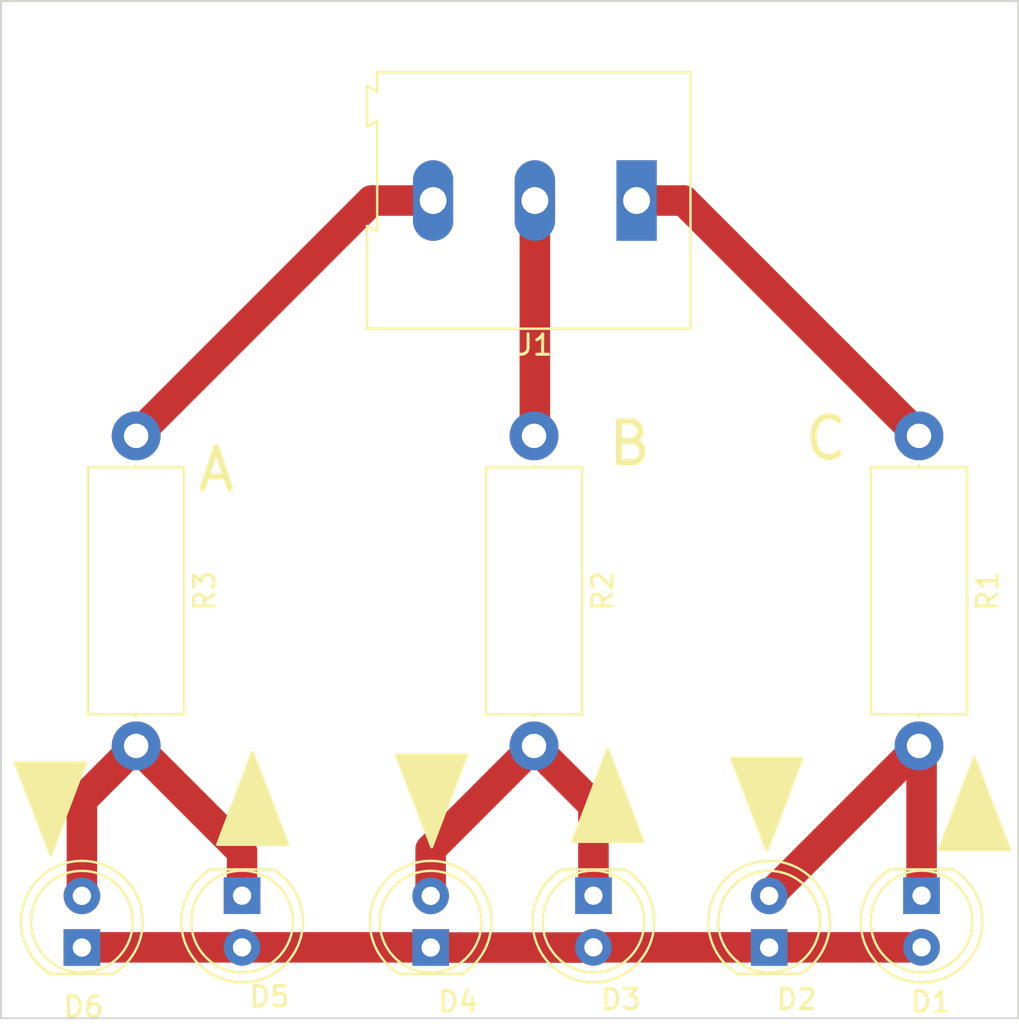
<source format=kicad_pcb>
(kicad_pcb (version 20221018) (generator pcbnew)
  (layers (0 "F.Cu" signal) (31 "B.Cu" signal) (34 "B.Paste" user) (35 "F.Paste" user) (36 "B.SilkS" user "B.Silkscreen") (37 "F.SilkS" user "F.Silkscreen") (38 "B.Mask" user) (39 "F.Mask" user) (44 "Edge.Cuts" user))
  (net 0 "")
  (net 1 "Net-(R1-Pad2)")
  (net 2 "Net-(D1-Pad2)")
  (net 3 "Net-(R2-Pad2)")
  (net 4 "Net-(R3-Pad2)")
  (net 5 "Net-(R1-Pad1)")
  (net 6 "Net-(R2-Pad1)")
  (net 7 "Net-(R3-Pad1)")
  (footprint "Resistor_THT:R_Axial_DIN0414_L11.9mm_D4.5mm_P15.24mm_Horizontal" (layer "F.Cu") (at 56.642 71.374 -90)
    (fp_text reference "R3" (at 7.62 -3.37 90) (layer "F.SilkS"))
    (fp_text value "330")
    (fp_line (start 1.44 0) (end 1.55 0) (stroke (width 0.12)) (layer "F.SilkS"))
    (fp_line (start 1.55 -2.37) (end 1.55 2.37) (stroke (width 0.12)) (layer "F.SilkS"))
    (fp_line (start 1.55 2.37) (end 13.69 2.37) (stroke (width 0.12)) (layer "F.SilkS"))
    (fp_line (start 13.69 -2.37) (end 1.55 -2.37) (stroke (width 0.12)) (layer "F.SilkS"))
    (fp_line (start 13.69 2.37) (end 13.69 -2.37) (stroke (width 0.12)) (layer "F.SilkS"))
    (fp_line (start 13.8 0) (end 13.69 0) (stroke (width 0.12)) (layer "F.SilkS"))
    (pad "1" thru_hole circle (at 0 0 270) (size 2.4 2.4) (drill 1.2) (layers "*.Cu" "*.Mask") (net 7 "Net-(R3-Pad1)"))
    (pad "2" thru_hole oval (at 15.24 0 270) (size 2.4 2.4) (drill 1.2) (layers "*.Cu" "*.Mask") (net 4 "Net-(R3-Pad2)"))
  )
  (footprint "LED_THT:LED_D5.0mm" (layer "F.Cu") (at 71.12 96.525 90)
    (fp_text reference "D4" (at -2.669 1.351 180) (layer "F.SilkS"))
    (fp_text value "RED")
    (fp_line (start -1.29 -1.545) (end -1.29 1.545) (stroke (width 0.12)) (layer "F.SilkS"))
    (fp_arc (start -1.29 -1.54483) (mid 2.072002 -2.880433) (end 4.26 0.000462) (stroke (width 0.12)) (layer "F.SilkS"))
    (fp_arc (start 4.26 -0.000462) (mid 2.072002 2.880433) (end -1.29 1.54483) (stroke (width 0.12)) (layer "F.SilkS"))
    (fp_circle (center 1.27 0) (end 3.77 0) (stroke (width 0.12)) (fill none) (layer "F.SilkS"))
    (pad "1" thru_hole rect (at 0 0 90) (size 1.8 1.8) (drill 0.9) (layers "*.Cu" "*.Mask") (net 2 "Net-(D1-Pad2)"))
    (pad "2" thru_hole circle (at 2.54 0 90) (size 1.8 1.8) (drill 0.9) (layers "*.Cu" "*.Mask") (net 3 "Net-(R2-Pad2)"))
  )
  (footprint "LED_THT:LED_D5.0mm" (layer "F.Cu") (at 87.757 96.525 90)
    (fp_text reference "D2" (at -2.542 1.351 180) (layer "F.SilkS"))
    (fp_text value "RED")
    (fp_line (start -1.29 -1.545) (end -1.29 1.545) (stroke (width 0.12)) (layer "F.SilkS"))
    (fp_arc (start -1.29 -1.54483) (mid 2.072002 -2.880433) (end 4.26 0.000462) (stroke (width 0.12)) (layer "F.SilkS"))
    (fp_arc (start 4.26 -0.000462) (mid 2.072002 2.880433) (end -1.29 1.54483) (stroke (width 0.12)) (layer "F.SilkS"))
    (fp_circle (center 1.27 0) (end 3.77 0) (stroke (width 0.12)) (fill none) (layer "F.SilkS"))
    (pad "1" thru_hole rect (at 0 0 90) (size 1.8 1.8) (drill 0.9) (layers "*.Cu" "*.Mask") (net 2 "Net-(D1-Pad2)"))
    (pad "2" thru_hole circle (at 2.54 0 90) (size 1.8 1.8) (drill 0.9) (layers "*.Cu" "*.Mask") (net 1 "Net-(R1-Pad2)"))
  )
  (footprint "Resistor_THT:R_Axial_DIN0414_L11.9mm_D4.5mm_P15.24mm_Horizontal" (layer "F.Cu") (at 95.123 71.374 -90)
    (fp_text reference "R1" (at 7.62 -3.37 90) (layer "F.SilkS"))
    (fp_text value "330")
    (fp_line (start 1.44 0) (end 1.55 0) (stroke (width 0.12)) (layer "F.SilkS"))
    (fp_line (start 1.55 -2.37) (end 1.55 2.37) (stroke (width 0.12)) (layer "F.SilkS"))
    (fp_line (start 1.55 2.37) (end 13.69 2.37) (stroke (width 0.12)) (layer "F.SilkS"))
    (fp_line (start 13.69 -2.37) (end 1.55 -2.37) (stroke (width 0.12)) (layer "F.SilkS"))
    (fp_line (start 13.69 2.37) (end 13.69 -2.37) (stroke (width 0.12)) (layer "F.SilkS"))
    (fp_line (start 13.8 0) (end 13.69 0) (stroke (width 0.12)) (layer "F.SilkS"))
    (pad "1" thru_hole circle (at 0 0 270) (size 2.4 2.4) (drill 1.2) (layers "*.Cu" "*.Mask") (net 5 "Net-(R1-Pad1)"))
    (pad "2" thru_hole oval (at 15.24 0 270) (size 2.4 2.4) (drill 1.2) (layers "*.Cu" "*.Mask") (net 1 "Net-(R1-Pad2)"))
  )
  (footprint "TerminalBlock:TerminalBlock_Altech_AK300-3_P5.00mm" (layer "F.Cu") (at 81.241 59.807 180)
    (fp_text reference "J1" (at 5 -7.1) (layer "F.SilkS"))
    (fp_text value "Conn_01x03")
    (fp_line (start -2.65 -6.3) (end -2.65 6.3) (stroke (width 0.12)) (layer "F.SilkS"))
    (fp_line (start -2.65 6.3) (end 12.75 6.3) (stroke (width 0.12)) (layer "F.SilkS"))
    (fp_line (start 12.75 -1.5) (end 13.25 -1.25) (stroke (width 0.12)) (layer "F.SilkS"))
    (fp_line (start 12.75 3.9) (end 12.75 -1.5) (stroke (width 0.12)) (layer "F.SilkS"))
    (fp_line (start 12.75 5.35) (end 13.25 5.65) (stroke (width 0.12)) (layer "F.SilkS"))
    (fp_line (start 12.75 6.3) (end 12.75 5.35) (stroke (width 0.12)) (layer "F.SilkS"))
    (fp_line (start 13.25 -6.3) (end -2.65 -6.3) (stroke (width 0.12)) (layer "F.SilkS"))
    (fp_line (start 13.25 -1.25) (end 13.25 -6.3) (stroke (width 0.12)) (layer "F.SilkS"))
    (fp_line (start 13.25 3.65) (end 12.75 3.9) (stroke (width 0.12)) (layer "F.SilkS"))
    (fp_line (start 13.25 5.65) (end 13.25 3.65) (stroke (width 0.12)) (layer "F.SilkS"))
    (pad "1" thru_hole rect (at 0 0 180) (size 1.98 3.96) (drill 1.32) (layers "*.Cu" "*.Mask") (net 5 "Net-(R1-Pad1)"))
    (pad "2" thru_hole oval (at 5 0 180) (size 1.98 3.96) (drill 1.32) (layers "*.Cu" "*.Mask") (net 6 "Net-(R2-Pad1)"))
    (pad "3" thru_hole oval (at 10 0 180) (size 1.98 3.96) (drill 1.32) (layers "*.Cu" "*.Mask") (net 7 "Net-(R3-Pad1)"))
  )
  (footprint "LED_THT:LED_D5.0mm" (layer "F.Cu") (at 61.849 93.975 -90)
    (fp_text reference "D5" (at 4.965 -1.351 180) (layer "F.SilkS"))
    (fp_text value "Blue")
    (fp_line (start -1.29 -1.545) (end -1.29 1.545) (stroke (width 0.12)) (layer "F.SilkS"))
    (fp_arc (start -1.29 -1.54483) (mid 2.072002 -2.880433) (end 4.26 0.000462) (stroke (width 0.12)) (layer "F.SilkS"))
    (fp_arc (start 4.26 -0.000462) (mid 2.072002 2.880433) (end -1.29 1.54483) (stroke (width 0.12)) (layer "F.SilkS"))
    (fp_circle (center 1.27 0) (end 3.77 0) (stroke (width 0.12)) (fill none) (layer "F.SilkS"))
    (pad "1" thru_hole rect (at 0 0 270) (size 1.8 1.8) (drill 0.9) (layers "*.Cu" "*.Mask") (net 4 "Net-(R3-Pad2)"))
    (pad "2" thru_hole circle (at 2.54 0 270) (size 1.8 1.8) (drill 0.9) (layers "*.Cu" "*.Mask") (net 2 "Net-(D1-Pad2)"))
  )
  (footprint "LED_THT:LED_D5.0mm" (layer "F.Cu") (at 53.975 96.525 90)
    (fp_text reference "D6" (at -2.923 0.081 180) (layer "F.SilkS"))
    (fp_text value "RED")
    (fp_line (start -1.29 -1.545) (end -1.29 1.545) (stroke (width 0.12)) (layer "F.SilkS"))
    (fp_arc (start -1.29 -1.54483) (mid 2.072002 -2.880433) (end 4.26 0.000462) (stroke (width 0.12)) (layer "F.SilkS"))
    (fp_arc (start 4.26 -0.000462) (mid 2.072002 2.880433) (end -1.29 1.54483) (stroke (width 0.12)) (layer "F.SilkS"))
    (fp_circle (center 1.27 0) (end 3.77 0) (stroke (width 0.12)) (fill none) (layer "F.SilkS"))
    (pad "1" thru_hole rect (at 0 0 90) (size 1.8 1.8) (drill 0.9) (layers "*.Cu" "*.Mask") (net 2 "Net-(D1-Pad2)"))
    (pad "2" thru_hole circle (at 2.54 0 90) (size 1.8 1.8) (drill 0.9) (layers "*.Cu" "*.Mask") (net 4 "Net-(R3-Pad2)"))
  )
  (footprint "LED_THT:LED_D5.0mm" (layer "F.Cu") (at 79.121 93.975 -90)
    (fp_text reference "D3" (at 5.092 -1.351 180) (layer "F.SilkS"))
    (fp_text value "Blue")
    (fp_line (start -1.29 -1.545) (end -1.29 1.545) (stroke (width 0.12)) (layer "F.SilkS"))
    (fp_arc (start -1.29 -1.54483) (mid 2.072002 -2.880433) (end 4.26 0.000462) (stroke (width 0.12)) (layer "F.SilkS"))
    (fp_arc (start 4.26 -0.000462) (mid 2.072002 2.880433) (end -1.29 1.54483) (stroke (width 0.12)) (layer "F.SilkS"))
    (fp_circle (center 1.27 0) (end 3.77 0) (stroke (width 0.12)) (fill none) (layer "F.SilkS"))
    (pad "1" thru_hole rect (at 0 0 270) (size 1.8 1.8) (drill 0.9) (layers "*.Cu" "*.Mask") (net 3 "Net-(R2-Pad2)"))
    (pad "2" thru_hole circle (at 2.54 0 270) (size 1.8 1.8) (drill 0.9) (layers "*.Cu" "*.Mask") (net 2 "Net-(D1-Pad2)"))
  )
  (footprint "Resistor_THT:R_Axial_DIN0414_L11.9mm_D4.5mm_P15.24mm_Horizontal" (layer "F.Cu") (at 76.2 71.374 -90)
    (fp_text reference "R2" (at 7.62 -3.37 90) (layer "F.SilkS"))
    (fp_text value "330")
    (fp_line (start 1.44 0) (end 1.55 0) (stroke (width 0.12)) (layer "F.SilkS"))
    (fp_line (start 1.55 -2.37) (end 1.55 2.37) (stroke (width 0.12)) (layer "F.SilkS"))
    (fp_line (start 1.55 2.37) (end 13.69 2.37) (stroke (width 0.12)) (layer "F.SilkS"))
    (fp_line (start 13.69 -2.37) (end 1.55 -2.37) (stroke (width 0.12)) (layer "F.SilkS"))
    (fp_line (start 13.69 2.37) (end 13.69 -2.37) (stroke (width 0.12)) (layer "F.SilkS"))
    (fp_line (start 13.8 0) (end 13.69 0) (stroke (width 0.12)) (layer "F.SilkS"))
    (pad "1" thru_hole circle (at 0 0 270) (size 2.4 2.4) (drill 1.2) (layers "*.Cu" "*.Mask") (net 6 "Net-(R2-Pad1)"))
    (pad "2" thru_hole oval (at 15.24 0 270) (size 2.4 2.4) (drill 1.2) (layers "*.Cu" "*.Mask") (net 3 "Net-(R2-Pad2)"))
  )
  (footprint "LED_THT:LED_D5.0mm" (layer "F.Cu") (at 95.25 93.975 -90)
    (fp_text reference "D1" (at 5.219 -0.462 180) (layer "F.SilkS"))
    (fp_text value "Blue")
    (fp_line (start -1.29 -1.545) (end -1.29 1.545) (stroke (width 0.12)) (layer "F.SilkS"))
    (fp_arc (start -1.29 -1.54483) (mid 2.072002 -2.880433) (end 4.26 0.000462) (stroke (width 0.12)) (layer "F.SilkS"))
    (fp_arc (start 4.26 -0.000462) (mid 2.072002 2.880433) (end -1.29 1.54483) (stroke (width 0.12)) (layer "F.SilkS"))
    (fp_circle (center 1.27 0) (end 3.77 0) (stroke (width 0.12)) (fill none) (layer "F.SilkS"))
    (pad "1" thru_hole rect (at 0 0 270) (size 1.8 1.8) (drill 0.9) (layers "*.Cu" "*.Mask") (net 1 "Net-(R1-Pad2)"))
    (pad "2" thru_hole circle (at 2.54 0 270) (size 1.8 1.8) (drill 0.9) (layers "*.Cu" "*.Mask") (net 2 "Net-(D1-Pad2)"))
  )
  (gr_poly (pts (xy 81.55 91.31) (xy 78.104782 91.31) (xy 79.818087 86.789897)) (stroke (width 0.15)) (fill solid) (layer "F.SilkS"))
  (gr_poly (pts (xy 99.572774 91.715978) (xy 96.127556 91.715978) (xy 97.840861 87.195875)) (stroke (width 0.15)) (fill solid) (layer "F.SilkS"))
  (gr_poly (pts (xy 50.708102 87.444718) (xy 54.15332 87.444718) (xy 52.440015 91.964821)) (stroke (width 0.15)) (fill solid) (layer "F.SilkS"))
  (gr_poly (pts (xy 69.438102 87.054718) (xy 72.88332 87.054718) (xy 71.170015 91.574821)) (stroke (width 0.15)) (fill solid) (layer "F.SilkS"))
  (gr_poly (pts (xy 85.917226 87.224022) (xy 89.362444 87.224022) (xy 87.649139 91.744125)) (stroke (width 0.15)) (fill solid) (layer "F.SilkS"))
  (gr_poly (pts (xy 64.091898 91.455282) (xy 60.64668 91.455282) (xy 62.359985 86.935179)) (stroke (width 0.15)) (fill solid) (layer "F.SilkS"))
  (gr_rect (start 50 50) (end 100 100) (stroke (width 0.1)) (fill none) (layer "Edge.Cuts"))
  (gr_text "C" (at 90.551 71.501) (layer "F.SilkS") (effects (font (size 2 2) (thickness 0.3))))
  (gr_text "A" (at 60.579 73.025) (layer "F.SilkS") (effects (font (size 2 2) (thickness 0.3))))
  (gr_text "B" (at 80.899 71.755) (layer "F.SilkS") (effects (font (size 2 2) (thickness 0.3))))
  (segment (start 95.123 86.619) (end 95.123 86.614) (width 1.5) (layer "F.Cu") (net 1))
  (segment (start 95.24 93.985) (end 95.25 93.975) (width 1.5) (layer "F.Cu") (net 1))
  (segment (start 95.25 93.975) (end 95.25 86.741) (width 1.5) (layer "F.Cu") (net 1))
  (segment (start 87.757 93.985) (end 95.123 86.619) (width 1.5) (layer "F.Cu") (net 1))
  (segment (start 95.25 86.741) (end 95.123 86.614) (width 1.5) (layer "F.Cu") (net 1))
  (segment (start 87.747 96.515) (end 87.757 96.525) (width 1.5) (layer "F.Cu") (net 2))
  (segment (start 79.121 96.515) (end 87.747 96.515) (width 1.5) (layer "F.Cu") (net 2))
  (segment (start 61.849 96.515) (end 71.11 96.515) (width 1.5) (layer "F.Cu") (net 2))
  (segment (start 53.985 96.515) (end 53.975 96.525) (width 1.5) (layer "F.Cu") (net 2))
  (segment (start 87.767 96.515) (end 87.757 96.525) (width 1.5) (layer "F.Cu") (net 2))
  (segment (start 79.111 96.525) (end 79.121 96.515) (width 1.5) (layer "F.Cu") (net 2))
  (segment (start 71.12 96.525) (end 79.111 96.525) (width 1.5) (layer "F.Cu") (net 2))
  (segment (start 61.849 96.515) (end 53.985 96.515) (width 1.5) (layer "F.Cu") (net 2))
  (segment (start 71.11 96.515) (end 71.12 96.525) (width 1.5) (layer "F.Cu") (net 2))
  (segment (start 95.25 96.515) (end 87.767 96.515) (width 1.5) (layer "F.Cu") (net 2))
  (segment (start 71.12 93.985) (end 71.12 91.694) (width 1.5) (layer "F.Cu") (net 3))
  (segment (start 79.121 93.975) (end 79.121 89.535) (width 1.5) (layer "F.Cu") (net 3))
  (segment (start 71.12 91.694) (end 76.2 86.614) (width 1.5) (layer "F.Cu") (net 3))
  (segment (start 79.121 89.535) (end 76.2 86.614) (width 1.5) (layer "F.Cu") (net 3))
  (segment (start 61.849 91.821) (end 56.642 86.614) (width 1.5) (layer "F.Cu") (net 4))
  (segment (start 56.642 86.614) (end 53.975 89.281) (width 1.5) (layer "F.Cu") (net 4))
  (segment (start 53.975 89.281) (end 53.975 93.985) (width 1.5) (layer "F.Cu") (net 4))
  (segment (start 61.849 93.975) (end 61.849 91.821) (width 1.5) (layer "F.Cu") (net 4))
  (segment (start 83.556 59.807) (end 95.123 71.374) (width 1.5) (layer "F.Cu") (net 5))
  (segment (start 81.241 59.807) (end 83.556 59.807) (width 1.5) (layer "F.Cu") (net 5))
  (segment (start 76.241 71.333) (end 76.2 71.374) (width 1.5) (layer "F.Cu") (net 6))
  (segment (start 76.241 59.807) (end 76.241 71.333) (width 1.5) (layer "F.Cu") (net 6))
  (segment (start 68.209 59.807) (end 56.642 71.374) (width 1.5) (layer "F.Cu") (net 7))
  (segment (start 71.241 59.807) (end 68.209 59.807) (width 1.5) (layer "F.Cu") (net 7))
)
</source>
